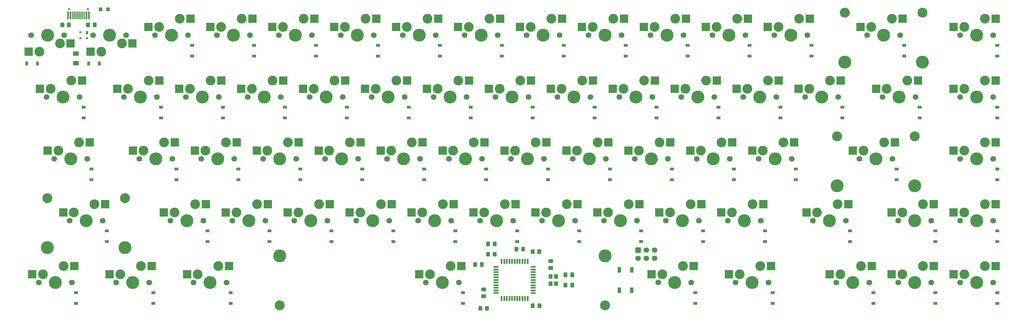
<source format=gbr>
G04 #@! TF.GenerationSoftware,KiCad,Pcbnew,(5.1.12)-1*
G04 #@! TF.CreationDate,2022-01-22T22:18:12+07:00*
G04 #@! TF.ProjectId,PCB,5043422e-6b69-4636-9164-5f7063625858,rev?*
G04 #@! TF.SameCoordinates,Original*
G04 #@! TF.FileFunction,Soldermask,Bot*
G04 #@! TF.FilePolarity,Negative*
%FSLAX46Y46*%
G04 Gerber Fmt 4.6, Leading zero omitted, Abs format (unit mm)*
G04 Created by KiCad (PCBNEW (5.1.12)-1) date 2022-01-22 22:18:12*
%MOMM*%
%LPD*%
G01*
G04 APERTURE LIST*
%ADD10R,2.550000X2.500000*%
%ADD11C,1.750000*%
%ADD12C,3.000000*%
%ADD13C,3.987800*%
%ADD14C,3.048000*%
%ADD15R,1.200000X1.400000*%
%ADD16R,0.600000X2.450000*%
%ADD17R,0.300000X2.450000*%
%ADD18C,0.650000*%
%ADD19R,1.000000X1.700000*%
%ADD20R,1.700000X1.700000*%
%ADD21C,1.700000*%
%ADD22R,0.700000X1.000000*%
%ADD23R,0.700000X0.600000*%
%ADD24R,1.200000X0.900000*%
%ADD25R,0.900000X1.200000*%
%ADD26R,1.500000X0.550000*%
%ADD27R,0.550000X1.500000*%
G04 APERTURE END LIST*
G36*
G01*
X50175000Y-25049999D02*
X50175000Y-25750001D01*
G75*
G02*
X49925001Y-26000000I-249999J0D01*
G01*
X49374999Y-26000000D01*
G75*
G02*
X49125000Y-25750001I0J249999D01*
G01*
X49125000Y-25049999D01*
G75*
G02*
X49374999Y-24800000I249999J0D01*
G01*
X49925001Y-24800000D01*
G75*
G02*
X50175000Y-25049999I0J-249999D01*
G01*
G37*
G36*
G01*
X52475000Y-25049999D02*
X52475000Y-25750001D01*
G75*
G02*
X52225001Y-26000000I-249999J0D01*
G01*
X51674999Y-26000000D01*
G75*
G02*
X51425000Y-25750001I0J249999D01*
G01*
X51425000Y-25049999D01*
G75*
G02*
X51674999Y-24800000I249999J0D01*
G01*
X52225001Y-24800000D01*
G75*
G02*
X52475000Y-25049999I0J-249999D01*
G01*
G37*
D10*
X232060750Y-104457500D03*
X219133750Y-106997500D03*
D11*
X231298750Y-109537500D03*
X221138750Y-109537500D03*
D12*
X222408750Y-106997500D03*
D13*
X226218750Y-109537500D03*
D12*
X228758750Y-104457500D03*
D10*
X41560750Y-104457500D03*
X28633750Y-106997500D03*
D11*
X40798750Y-109537500D03*
X30638750Y-109537500D03*
D12*
X31908750Y-106997500D03*
D13*
X35718750Y-109537500D03*
D12*
X38258750Y-104457500D03*
D13*
X104781350Y-101282500D03*
X204781150Y-101282500D03*
D14*
X104781350Y-116522500D03*
X204781150Y-116522500D03*
D10*
X160623250Y-104457500D03*
X147696250Y-106997500D03*
D11*
X159861250Y-109537500D03*
X149701250Y-109537500D03*
D12*
X150971250Y-106997500D03*
D13*
X154781250Y-109537500D03*
D12*
X157321250Y-104457500D03*
D15*
X189762500Y-109843750D03*
X189762500Y-107643750D03*
X188062500Y-107643750D03*
X188062500Y-109843750D03*
D16*
X46087500Y-27245000D03*
X39637500Y-27245000D03*
X45312500Y-27245000D03*
X40412500Y-27245000D03*
D17*
X41112500Y-27245000D03*
X44612500Y-27245000D03*
X41612500Y-27245000D03*
X44112500Y-27245000D03*
X42112500Y-27245000D03*
X43612500Y-27245000D03*
X43112500Y-27245000D03*
X42612500Y-27245000D03*
D18*
X45752500Y-25300000D03*
X39972500Y-25300000D03*
D19*
X209237500Y-105593750D03*
X209237500Y-111893750D03*
X213037500Y-105593750D03*
X213037500Y-111893750D03*
G36*
G01*
X38493750Y-29712499D02*
X38493750Y-30612501D01*
G75*
G02*
X38243751Y-30862500I-249999J0D01*
G01*
X37543749Y-30862500D01*
G75*
G02*
X37293750Y-30612501I0J249999D01*
G01*
X37293750Y-29712499D01*
G75*
G02*
X37543749Y-29462500I249999J0D01*
G01*
X38243751Y-29462500D01*
G75*
G02*
X38493750Y-29712499I0J-249999D01*
G01*
G37*
G36*
G01*
X40493750Y-29712499D02*
X40493750Y-30612501D01*
G75*
G02*
X40243751Y-30862500I-249999J0D01*
G01*
X39543749Y-30862500D01*
G75*
G02*
X39293750Y-30612501I0J249999D01*
G01*
X39293750Y-29712499D01*
G75*
G02*
X39543749Y-29462500I249999J0D01*
G01*
X40243751Y-29462500D01*
G75*
G02*
X40493750Y-29712499I0J-249999D01*
G01*
G37*
G36*
G01*
X47231250Y-30612501D02*
X47231250Y-29712499D01*
G75*
G02*
X47481249Y-29462500I249999J0D01*
G01*
X48181251Y-29462500D01*
G75*
G02*
X48431250Y-29712499I0J-249999D01*
G01*
X48431250Y-30612501D01*
G75*
G02*
X48181251Y-30862500I-249999J0D01*
G01*
X47481249Y-30862500D01*
G75*
G02*
X47231250Y-30612501I0J249999D01*
G01*
G37*
G36*
G01*
X45231250Y-30612501D02*
X45231250Y-29712499D01*
G75*
G02*
X45481249Y-29462500I249999J0D01*
G01*
X46181251Y-29462500D01*
G75*
G02*
X46431250Y-29712499I0J-249999D01*
G01*
X46431250Y-30612501D01*
G75*
G02*
X46181251Y-30862500I-249999J0D01*
G01*
X45481249Y-30862500D01*
G75*
G02*
X45231250Y-30612501I0J249999D01*
G01*
G37*
G36*
G01*
X183962500Y-100462501D02*
X183962500Y-99562499D01*
G75*
G02*
X184212499Y-99312500I249999J0D01*
G01*
X184912501Y-99312500D01*
G75*
G02*
X185162500Y-99562499I0J-249999D01*
G01*
X185162500Y-100462501D01*
G75*
G02*
X184912501Y-100712500I-249999J0D01*
G01*
X184212499Y-100712500D01*
G75*
G02*
X183962500Y-100462501I0J249999D01*
G01*
G37*
G36*
G01*
X181962500Y-100462501D02*
X181962500Y-99562499D01*
G75*
G02*
X182212499Y-99312500I249999J0D01*
G01*
X182912501Y-99312500D01*
G75*
G02*
X183162500Y-99562499I0J-249999D01*
G01*
X183162500Y-100462501D01*
G75*
G02*
X182912501Y-100712500I-249999J0D01*
G01*
X182212499Y-100712500D01*
G75*
G02*
X181962500Y-100462501I0J249999D01*
G01*
G37*
G36*
G01*
X169462500Y-100356249D02*
X169462500Y-101256251D01*
G75*
G02*
X169212501Y-101506250I-249999J0D01*
G01*
X168512499Y-101506250D01*
G75*
G02*
X168262500Y-101256251I0J249999D01*
G01*
X168262500Y-100356249D01*
G75*
G02*
X168512499Y-100106250I249999J0D01*
G01*
X169212501Y-100106250D01*
G75*
G02*
X169462500Y-100356249I0J-249999D01*
G01*
G37*
G36*
G01*
X171462500Y-100356249D02*
X171462500Y-101256251D01*
G75*
G02*
X171212501Y-101506250I-249999J0D01*
G01*
X170512499Y-101506250D01*
G75*
G02*
X170262500Y-101256251I0J249999D01*
G01*
X170262500Y-100356249D01*
G75*
G02*
X170512499Y-100106250I249999J0D01*
G01*
X171212501Y-100106250D01*
G75*
G02*
X171462500Y-100356249I0J-249999D01*
G01*
G37*
G36*
G01*
X169462500Y-97181249D02*
X169462500Y-98081251D01*
G75*
G02*
X169212501Y-98331250I-249999J0D01*
G01*
X168512499Y-98331250D01*
G75*
G02*
X168262500Y-98081251I0J249999D01*
G01*
X168262500Y-97181249D01*
G75*
G02*
X168512499Y-96931250I249999J0D01*
G01*
X169212501Y-96931250D01*
G75*
G02*
X169462500Y-97181249I0J-249999D01*
G01*
G37*
G36*
G01*
X171462500Y-97181249D02*
X171462500Y-98081251D01*
G75*
G02*
X171212501Y-98331250I-249999J0D01*
G01*
X170512499Y-98331250D01*
G75*
G02*
X170262500Y-98081251I0J249999D01*
G01*
X170262500Y-97181249D01*
G75*
G02*
X170512499Y-96931250I249999J0D01*
G01*
X171212501Y-96931250D01*
G75*
G02*
X171462500Y-97181249I0J-249999D01*
G01*
G37*
G36*
G01*
X167881250Y-117925001D02*
X167881250Y-117024999D01*
G75*
G02*
X168131249Y-116775000I249999J0D01*
G01*
X168831251Y-116775000D01*
G75*
G02*
X169081250Y-117024999I0J-249999D01*
G01*
X169081250Y-117925001D01*
G75*
G02*
X168831251Y-118175000I-249999J0D01*
G01*
X168131249Y-118175000D01*
G75*
G02*
X167881250Y-117925001I0J249999D01*
G01*
G37*
G36*
G01*
X165881250Y-117925001D02*
X165881250Y-117024999D01*
G75*
G02*
X166131249Y-116775000I249999J0D01*
G01*
X166831251Y-116775000D01*
G75*
G02*
X167081250Y-117024999I0J-249999D01*
G01*
X167081250Y-117925001D01*
G75*
G02*
X166831251Y-118175000I-249999J0D01*
G01*
X166131249Y-118175000D01*
G75*
G02*
X165881250Y-117925001I0J249999D01*
G01*
G37*
D10*
X324929500Y-104457500D03*
X312002500Y-106997500D03*
D11*
X324167500Y-109537500D03*
X314007500Y-109537500D03*
D12*
X315277500Y-106997500D03*
D13*
X319087500Y-109537500D03*
D12*
X321627500Y-104457500D03*
D10*
X305879500Y-104457500D03*
X292952500Y-106997500D03*
D11*
X305117500Y-109537500D03*
X294957500Y-109537500D03*
D12*
X296227500Y-106997500D03*
D13*
X300037500Y-109537500D03*
D12*
X302577500Y-104457500D03*
D10*
X286829500Y-104457500D03*
X273902500Y-106997500D03*
D11*
X286067500Y-109537500D03*
X275907500Y-109537500D03*
D12*
X277177500Y-106997500D03*
D13*
X280987500Y-109537500D03*
D12*
X283527500Y-104457500D03*
D10*
X255873250Y-104457500D03*
X242946250Y-106997500D03*
D11*
X255111250Y-109537500D03*
X244951250Y-109537500D03*
D12*
X246221250Y-106997500D03*
D13*
X250031250Y-109537500D03*
D12*
X252571250Y-104457500D03*
D10*
X89185750Y-104457500D03*
X76258750Y-106997500D03*
D11*
X88423750Y-109537500D03*
X78263750Y-109537500D03*
D12*
X79533750Y-106997500D03*
D13*
X83343750Y-109537500D03*
D12*
X85883750Y-104457500D03*
D10*
X65373250Y-104457500D03*
X52446250Y-106997500D03*
D11*
X64611250Y-109537500D03*
X54451250Y-109537500D03*
D12*
X55721250Y-106997500D03*
D13*
X59531250Y-109537500D03*
D12*
X62071250Y-104457500D03*
D10*
X324929500Y-85407500D03*
X312002500Y-87947500D03*
D11*
X324167500Y-90487500D03*
X314007500Y-90487500D03*
D12*
X315277500Y-87947500D03*
D13*
X319087500Y-90487500D03*
D12*
X321627500Y-85407500D03*
D10*
X305879500Y-85407500D03*
X292952500Y-87947500D03*
D11*
X305117500Y-90487500D03*
X294957500Y-90487500D03*
D12*
X296227500Y-87947500D03*
D13*
X300037500Y-90487500D03*
D12*
X302577500Y-85407500D03*
D10*
X279685750Y-85407500D03*
X266758750Y-87947500D03*
D11*
X278923750Y-90487500D03*
X268763750Y-90487500D03*
D12*
X270033750Y-87947500D03*
D13*
X273843750Y-90487500D03*
D12*
X276383750Y-85407500D03*
D10*
X253492000Y-85407500D03*
X240565000Y-87947500D03*
D11*
X252730000Y-90487500D03*
X242570000Y-90487500D03*
D12*
X243840000Y-87947500D03*
D13*
X247650000Y-90487500D03*
D12*
X250190000Y-85407500D03*
D10*
X234442000Y-85407500D03*
X221515000Y-87947500D03*
D11*
X233680000Y-90487500D03*
X223520000Y-90487500D03*
D12*
X224790000Y-87947500D03*
D13*
X228600000Y-90487500D03*
D12*
X231140000Y-85407500D03*
D10*
X215392000Y-85407500D03*
X202465000Y-87947500D03*
D11*
X214630000Y-90487500D03*
X204470000Y-90487500D03*
D12*
X205740000Y-87947500D03*
D13*
X209550000Y-90487500D03*
D12*
X212090000Y-85407500D03*
D10*
X196342000Y-85407500D03*
X183415000Y-87947500D03*
D11*
X195580000Y-90487500D03*
X185420000Y-90487500D03*
D12*
X186690000Y-87947500D03*
D13*
X190500000Y-90487500D03*
D12*
X193040000Y-85407500D03*
D10*
X177292000Y-85407500D03*
X164365000Y-87947500D03*
D11*
X176530000Y-90487500D03*
X166370000Y-90487500D03*
D12*
X167640000Y-87947500D03*
D13*
X171450000Y-90487500D03*
D12*
X173990000Y-85407500D03*
D10*
X158242000Y-85407500D03*
X145315000Y-87947500D03*
D11*
X157480000Y-90487500D03*
X147320000Y-90487500D03*
D12*
X148590000Y-87947500D03*
D13*
X152400000Y-90487500D03*
D12*
X154940000Y-85407500D03*
D10*
X139192000Y-85407500D03*
X126265000Y-87947500D03*
D11*
X138430000Y-90487500D03*
X128270000Y-90487500D03*
D12*
X129540000Y-87947500D03*
D13*
X133350000Y-90487500D03*
D12*
X135890000Y-85407500D03*
D10*
X120142000Y-85407500D03*
X107215000Y-87947500D03*
D11*
X119380000Y-90487500D03*
X109220000Y-90487500D03*
D12*
X110490000Y-87947500D03*
D13*
X114300000Y-90487500D03*
D12*
X116840000Y-85407500D03*
D10*
X101092000Y-85407500D03*
X88165000Y-87947500D03*
D11*
X100330000Y-90487500D03*
X90170000Y-90487500D03*
D12*
X91440000Y-87947500D03*
D13*
X95250000Y-90487500D03*
D12*
X97790000Y-85407500D03*
D10*
X82042000Y-85407500D03*
X69115000Y-87947500D03*
D11*
X81280000Y-90487500D03*
X71120000Y-90487500D03*
D12*
X72390000Y-87947500D03*
D13*
X76200000Y-90487500D03*
D12*
X78740000Y-85407500D03*
D13*
X33305750Y-98742500D03*
X57181750Y-98742500D03*
D14*
X33305750Y-83502500D03*
X57181750Y-83502500D03*
D10*
X51085750Y-85407500D03*
X38158750Y-87947500D03*
D11*
X50323750Y-90487500D03*
X40163750Y-90487500D03*
D12*
X41433750Y-87947500D03*
D13*
X45243750Y-90487500D03*
D12*
X47783750Y-85407500D03*
D10*
X324929500Y-66357500D03*
X312002500Y-68897500D03*
D11*
X324167500Y-71437500D03*
X314007500Y-71437500D03*
D12*
X315277500Y-68897500D03*
D13*
X319087500Y-71437500D03*
D12*
X321627500Y-66357500D03*
D13*
X276193250Y-79692500D03*
X300069250Y-79692500D03*
D14*
X276193250Y-64452500D03*
X300069250Y-64452500D03*
D10*
X293973250Y-66357500D03*
X281046250Y-68897500D03*
D11*
X293211250Y-71437500D03*
X283051250Y-71437500D03*
D12*
X284321250Y-68897500D03*
D13*
X288131250Y-71437500D03*
D12*
X290671250Y-66357500D03*
D10*
X263017000Y-66357500D03*
X250090000Y-68897500D03*
D11*
X262255000Y-71437500D03*
X252095000Y-71437500D03*
D12*
X253365000Y-68897500D03*
D13*
X257175000Y-71437500D03*
D12*
X259715000Y-66357500D03*
D10*
X243967000Y-66357500D03*
X231040000Y-68897500D03*
D11*
X243205000Y-71437500D03*
X233045000Y-71437500D03*
D12*
X234315000Y-68897500D03*
D13*
X238125000Y-71437500D03*
D12*
X240665000Y-66357500D03*
D10*
X224917000Y-66357500D03*
X211990000Y-68897500D03*
D11*
X224155000Y-71437500D03*
X213995000Y-71437500D03*
D12*
X215265000Y-68897500D03*
D13*
X219075000Y-71437500D03*
D12*
X221615000Y-66357500D03*
D10*
X205867000Y-66357500D03*
X192940000Y-68897500D03*
D11*
X205105000Y-71437500D03*
X194945000Y-71437500D03*
D12*
X196215000Y-68897500D03*
D13*
X200025000Y-71437500D03*
D12*
X202565000Y-66357500D03*
D10*
X186817000Y-66357500D03*
X173890000Y-68897500D03*
D11*
X186055000Y-71437500D03*
X175895000Y-71437500D03*
D12*
X177165000Y-68897500D03*
D13*
X180975000Y-71437500D03*
D12*
X183515000Y-66357500D03*
D10*
X167767000Y-66357500D03*
X154840000Y-68897500D03*
D11*
X167005000Y-71437500D03*
X156845000Y-71437500D03*
D12*
X158115000Y-68897500D03*
D13*
X161925000Y-71437500D03*
D12*
X164465000Y-66357500D03*
D10*
X148717000Y-66357500D03*
X135790000Y-68897500D03*
D11*
X147955000Y-71437500D03*
X137795000Y-71437500D03*
D12*
X139065000Y-68897500D03*
D13*
X142875000Y-71437500D03*
D12*
X145415000Y-66357500D03*
D10*
X129667000Y-66357500D03*
X116740000Y-68897500D03*
D11*
X128905000Y-71437500D03*
X118745000Y-71437500D03*
D12*
X120015000Y-68897500D03*
D13*
X123825000Y-71437500D03*
D12*
X126365000Y-66357500D03*
D10*
X110617000Y-66357500D03*
X97690000Y-68897500D03*
D11*
X109855000Y-71437500D03*
X99695000Y-71437500D03*
D12*
X100965000Y-68897500D03*
D13*
X104775000Y-71437500D03*
D12*
X107315000Y-66357500D03*
D10*
X91567000Y-66357500D03*
X78640000Y-68897500D03*
D11*
X90805000Y-71437500D03*
X80645000Y-71437500D03*
D12*
X81915000Y-68897500D03*
D13*
X85725000Y-71437500D03*
D12*
X88265000Y-66357500D03*
D10*
X72517000Y-66357500D03*
X59590000Y-68897500D03*
D11*
X71755000Y-71437500D03*
X61595000Y-71437500D03*
D12*
X62865000Y-68897500D03*
D13*
X66675000Y-71437500D03*
D12*
X69215000Y-66357500D03*
D10*
X46323250Y-66357500D03*
X33396250Y-68897500D03*
D11*
X45561250Y-71437500D03*
X35401250Y-71437500D03*
D12*
X36671250Y-68897500D03*
D13*
X40481250Y-71437500D03*
D12*
X43021250Y-66357500D03*
D10*
X324929500Y-47307500D03*
X312002500Y-49847500D03*
D11*
X324167500Y-52387500D03*
X314007500Y-52387500D03*
D12*
X315277500Y-49847500D03*
D13*
X319087500Y-52387500D03*
D12*
X321627500Y-47307500D03*
X297815000Y-47307500D03*
D13*
X295275000Y-52387500D03*
D12*
X291465000Y-49847500D03*
D11*
X290195000Y-52387500D03*
X300355000Y-52387500D03*
D10*
X288190000Y-49847500D03*
X301117000Y-47307500D03*
X277304500Y-47307500D03*
X264377500Y-49847500D03*
D11*
X276542500Y-52387500D03*
X266382500Y-52387500D03*
D12*
X267652500Y-49847500D03*
D13*
X271462500Y-52387500D03*
D12*
X274002500Y-47307500D03*
D10*
X258254500Y-47307500D03*
X245327500Y-49847500D03*
D11*
X257492500Y-52387500D03*
X247332500Y-52387500D03*
D12*
X248602500Y-49847500D03*
D13*
X252412500Y-52387500D03*
D12*
X254952500Y-47307500D03*
D10*
X239204500Y-47307500D03*
X226277500Y-49847500D03*
D11*
X238442500Y-52387500D03*
X228282500Y-52387500D03*
D12*
X229552500Y-49847500D03*
D13*
X233362500Y-52387500D03*
D12*
X235902500Y-47307500D03*
D10*
X220154500Y-47307500D03*
X207227500Y-49847500D03*
D11*
X219392500Y-52387500D03*
X209232500Y-52387500D03*
D12*
X210502500Y-49847500D03*
D13*
X214312500Y-52387500D03*
D12*
X216852500Y-47307500D03*
D10*
X201104500Y-47307500D03*
X188177500Y-49847500D03*
D11*
X200342500Y-52387500D03*
X190182500Y-52387500D03*
D12*
X191452500Y-49847500D03*
D13*
X195262500Y-52387500D03*
D12*
X197802500Y-47307500D03*
D10*
X182054500Y-47307500D03*
X169127500Y-49847500D03*
D11*
X181292500Y-52387500D03*
X171132500Y-52387500D03*
D12*
X172402500Y-49847500D03*
D13*
X176212500Y-52387500D03*
D12*
X178752500Y-47307500D03*
D10*
X163004500Y-47307500D03*
X150077500Y-49847500D03*
D11*
X162242500Y-52387500D03*
X152082500Y-52387500D03*
D12*
X153352500Y-49847500D03*
D13*
X157162500Y-52387500D03*
D12*
X159702500Y-47307500D03*
D10*
X143954500Y-47307500D03*
X131027500Y-49847500D03*
D11*
X143192500Y-52387500D03*
X133032500Y-52387500D03*
D12*
X134302500Y-49847500D03*
D13*
X138112500Y-52387500D03*
D12*
X140652500Y-47307500D03*
D10*
X124904500Y-47307500D03*
X111977500Y-49847500D03*
D11*
X124142500Y-52387500D03*
X113982500Y-52387500D03*
D12*
X115252500Y-49847500D03*
D13*
X119062500Y-52387500D03*
D12*
X121602500Y-47307500D03*
D10*
X105854500Y-47307500D03*
X92927500Y-49847500D03*
D11*
X105092500Y-52387500D03*
X94932500Y-52387500D03*
D12*
X96202500Y-49847500D03*
D13*
X100012500Y-52387500D03*
D12*
X102552500Y-47307500D03*
D10*
X86804500Y-47307500D03*
X73877500Y-49847500D03*
D11*
X86042500Y-52387500D03*
X75882500Y-52387500D03*
D12*
X77152500Y-49847500D03*
D13*
X80962500Y-52387500D03*
D12*
X83502500Y-47307500D03*
D10*
X67754500Y-47307500D03*
X54827500Y-49847500D03*
D11*
X66992500Y-52387500D03*
X56832500Y-52387500D03*
D12*
X58102500Y-49847500D03*
D13*
X61912500Y-52387500D03*
D12*
X64452500Y-47307500D03*
X40640000Y-47307500D03*
D13*
X38100000Y-52387500D03*
D12*
X34290000Y-49847500D03*
D11*
X33020000Y-52387500D03*
X43180000Y-52387500D03*
D10*
X31015000Y-49847500D03*
X43942000Y-47307500D03*
X324929500Y-28257500D03*
X312002500Y-30797500D03*
D11*
X324167500Y-33337500D03*
X314007500Y-33337500D03*
D12*
X315277500Y-30797500D03*
D13*
X319087500Y-33337500D03*
D12*
X321627500Y-28257500D03*
D13*
X278574500Y-41592500D03*
X302450500Y-41592500D03*
D14*
X278574500Y-26352500D03*
X302450500Y-26352500D03*
D10*
X296354500Y-28257500D03*
X283427500Y-30797500D03*
D11*
X295592500Y-33337500D03*
X285432500Y-33337500D03*
D12*
X286702500Y-30797500D03*
D13*
X290512500Y-33337500D03*
D12*
X293052500Y-28257500D03*
D10*
X267779500Y-28257500D03*
X254852500Y-30797500D03*
D11*
X267017500Y-33337500D03*
X256857500Y-33337500D03*
D12*
X258127500Y-30797500D03*
D13*
X261937500Y-33337500D03*
D12*
X264477500Y-28257500D03*
D10*
X248729500Y-28257500D03*
X235802500Y-30797500D03*
D11*
X247967500Y-33337500D03*
X237807500Y-33337500D03*
D12*
X239077500Y-30797500D03*
D13*
X242887500Y-33337500D03*
D12*
X245427500Y-28257500D03*
D10*
X229679500Y-28257500D03*
X216752500Y-30797500D03*
D11*
X228917500Y-33337500D03*
X218757500Y-33337500D03*
D12*
X220027500Y-30797500D03*
D13*
X223837500Y-33337500D03*
D12*
X226377500Y-28257500D03*
D10*
X210629500Y-28257500D03*
X197702500Y-30797500D03*
D11*
X209867500Y-33337500D03*
X199707500Y-33337500D03*
D12*
X200977500Y-30797500D03*
D13*
X204787500Y-33337500D03*
D12*
X207327500Y-28257500D03*
D10*
X191579500Y-28257500D03*
X178652500Y-30797500D03*
D11*
X190817500Y-33337500D03*
X180657500Y-33337500D03*
D12*
X181927500Y-30797500D03*
D13*
X185737500Y-33337500D03*
D12*
X188277500Y-28257500D03*
D10*
X172529500Y-28257500D03*
X159602500Y-30797500D03*
D11*
X171767500Y-33337500D03*
X161607500Y-33337500D03*
D12*
X162877500Y-30797500D03*
D13*
X166687500Y-33337500D03*
D12*
X169227500Y-28257500D03*
D10*
X153479500Y-28257500D03*
X140552500Y-30797500D03*
D11*
X152717500Y-33337500D03*
X142557500Y-33337500D03*
D12*
X143827500Y-30797500D03*
D13*
X147637500Y-33337500D03*
D12*
X150177500Y-28257500D03*
D10*
X134429500Y-28257500D03*
X121502500Y-30797500D03*
D11*
X133667500Y-33337500D03*
X123507500Y-33337500D03*
D12*
X124777500Y-30797500D03*
D13*
X128587500Y-33337500D03*
D12*
X131127500Y-28257500D03*
D10*
X115379500Y-28257500D03*
X102452500Y-30797500D03*
D11*
X114617500Y-33337500D03*
X104457500Y-33337500D03*
D12*
X105727500Y-30797500D03*
D13*
X109537500Y-33337500D03*
D12*
X112077500Y-28257500D03*
D10*
X96329500Y-28257500D03*
X83402500Y-30797500D03*
D11*
X95567500Y-33337500D03*
X85407500Y-33337500D03*
D12*
X86677500Y-30797500D03*
D13*
X90487500Y-33337500D03*
D12*
X93027500Y-28257500D03*
D10*
X77279500Y-28257500D03*
X64352500Y-30797500D03*
D11*
X76517500Y-33337500D03*
X66357500Y-33337500D03*
D12*
X67627500Y-30797500D03*
D13*
X71437500Y-33337500D03*
D12*
X73977500Y-28257500D03*
D10*
X46545500Y-38417500D03*
X59472500Y-35877500D03*
D11*
X47307500Y-33337500D03*
X57467500Y-33337500D03*
D12*
X56197500Y-35877500D03*
D13*
X52387500Y-33337500D03*
D12*
X49847500Y-38417500D03*
D10*
X27495500Y-38417500D03*
X40422500Y-35877500D03*
D11*
X28257500Y-33337500D03*
X38417500Y-33337500D03*
D12*
X37147500Y-35877500D03*
D13*
X33337500Y-33337500D03*
D12*
X30797500Y-38417500D03*
D20*
X214947500Y-99536250D03*
D21*
X214947500Y-102076250D03*
X217487500Y-99536250D03*
X217487500Y-102076250D03*
X220027500Y-99536250D03*
X220027500Y-102076250D03*
G36*
G01*
X42693750Y-39706250D02*
X41443750Y-39706250D01*
G75*
G02*
X41193750Y-39456250I0J250000D01*
G01*
X41193750Y-38531250D01*
G75*
G02*
X41443750Y-38281250I250000J0D01*
G01*
X42693750Y-38281250D01*
G75*
G02*
X42943750Y-38531250I0J-250000D01*
G01*
X42943750Y-39456250D01*
G75*
G02*
X42693750Y-39706250I-250000J0D01*
G01*
G37*
G36*
G01*
X42693750Y-42681250D02*
X41443750Y-42681250D01*
G75*
G02*
X41193750Y-42431250I0J250000D01*
G01*
X41193750Y-41506250D01*
G75*
G02*
X41443750Y-41256250I250000J0D01*
G01*
X42693750Y-41256250D01*
G75*
G02*
X42943750Y-41506250I0J-250000D01*
G01*
X42943750Y-42431250D01*
G75*
G02*
X42693750Y-42681250I-250000J0D01*
G01*
G37*
D22*
X45450000Y-32587500D03*
D23*
X43450000Y-32387500D03*
X45450000Y-34287500D03*
X43450000Y-34287500D03*
D24*
X325437500Y-115950000D03*
X325437500Y-112650000D03*
X306387500Y-115950000D03*
X306387500Y-112650000D03*
X287337500Y-115950000D03*
X287337500Y-112650000D03*
X256381250Y-115950000D03*
X256381250Y-112650000D03*
X232568750Y-115950000D03*
X232568750Y-112650000D03*
X161131250Y-115950000D03*
X161131250Y-112650000D03*
X89693750Y-115950000D03*
X89693750Y-112650000D03*
X65881250Y-115950000D03*
X65881250Y-112650000D03*
X42068750Y-115950000D03*
X42068750Y-112650000D03*
X325437500Y-96900000D03*
X325437500Y-93600000D03*
X306387500Y-96900000D03*
X306387500Y-93600000D03*
X280193750Y-96900000D03*
X280193750Y-93600000D03*
X254000000Y-96900000D03*
X254000000Y-93600000D03*
X234950000Y-96900000D03*
X234950000Y-93600000D03*
X215900000Y-96900000D03*
X215900000Y-93600000D03*
X196850000Y-96900000D03*
X196850000Y-93600000D03*
X177800000Y-96900000D03*
X177800000Y-93600000D03*
X158750000Y-96900000D03*
X158750000Y-93600000D03*
X139700000Y-96900000D03*
X139700000Y-93600000D03*
X120650000Y-96900000D03*
X120650000Y-93600000D03*
X101600000Y-96900000D03*
X101600000Y-93600000D03*
X82550000Y-96900000D03*
X82550000Y-93600000D03*
X51593750Y-96900000D03*
X51593750Y-93600000D03*
X325437500Y-77850000D03*
X325437500Y-74550000D03*
X294481250Y-77850000D03*
X294481250Y-74550000D03*
X263525000Y-77850000D03*
X263525000Y-74550000D03*
X244475000Y-77850000D03*
X244475000Y-74550000D03*
X225425000Y-77850000D03*
X225425000Y-74550000D03*
X206375000Y-77850000D03*
X206375000Y-74550000D03*
X187325000Y-77850000D03*
X187325000Y-74550000D03*
X168275000Y-77850000D03*
X168275000Y-74550000D03*
X149225000Y-77850000D03*
X149225000Y-74550000D03*
X130175000Y-77850000D03*
X130175000Y-74550000D03*
X111125000Y-77850000D03*
X111125000Y-74550000D03*
X92075000Y-77850000D03*
X92075000Y-74550000D03*
X73025000Y-77850000D03*
X73025000Y-74550000D03*
X46831250Y-77850000D03*
X46831250Y-74550000D03*
X325437500Y-58800000D03*
X325437500Y-55500000D03*
X301625000Y-58800000D03*
X301625000Y-55500000D03*
X277812500Y-58800000D03*
X277812500Y-55500000D03*
X258762500Y-58800000D03*
X258762500Y-55500000D03*
X239712500Y-58800000D03*
X239712500Y-55500000D03*
X220662500Y-58800000D03*
X220662500Y-55500000D03*
X201612500Y-58800000D03*
X201612500Y-55500000D03*
X182562500Y-58800000D03*
X182562500Y-55500000D03*
X163512500Y-58800000D03*
X163512500Y-55500000D03*
X144462500Y-58800000D03*
X144462500Y-55500000D03*
X125412500Y-58800000D03*
X125412500Y-55500000D03*
X106362500Y-58800000D03*
X106362500Y-55500000D03*
X87312500Y-58800000D03*
X87312500Y-55500000D03*
X68262500Y-58800000D03*
X68262500Y-55500000D03*
X44450000Y-58800000D03*
X44450000Y-55500000D03*
X325437500Y-39750000D03*
X325437500Y-36450000D03*
X296862500Y-39750000D03*
X296862500Y-36450000D03*
X268287500Y-39750000D03*
X268287500Y-36450000D03*
X249237500Y-39750000D03*
X249237500Y-36450000D03*
X230187500Y-39750000D03*
X230187500Y-36450000D03*
X211137500Y-39750000D03*
X211137500Y-36450000D03*
X192087500Y-39750000D03*
X192087500Y-36450000D03*
X173037500Y-39750000D03*
X173037500Y-36450000D03*
X153987500Y-39750000D03*
X153987500Y-36450000D03*
X134937500Y-39750000D03*
X134937500Y-36450000D03*
X115887500Y-39750000D03*
X115887500Y-36450000D03*
X96837500Y-39750000D03*
X96837500Y-36450000D03*
X77787500Y-39750000D03*
X77787500Y-36450000D03*
D25*
X49275000Y-42068750D03*
X45975000Y-42068750D03*
X30225000Y-42068750D03*
X26925000Y-42068750D03*
G36*
G01*
X194125000Y-107631250D02*
X194125000Y-106681250D01*
G75*
G02*
X194375000Y-106431250I250000J0D01*
G01*
X195050000Y-106431250D01*
G75*
G02*
X195300000Y-106681250I0J-250000D01*
G01*
X195300000Y-107631250D01*
G75*
G02*
X195050000Y-107881250I-250000J0D01*
G01*
X194375000Y-107881250D01*
G75*
G02*
X194125000Y-107631250I0J250000D01*
G01*
G37*
G36*
G01*
X192050000Y-107631250D02*
X192050000Y-106681250D01*
G75*
G02*
X192300000Y-106431250I250000J0D01*
G01*
X192975000Y-106431250D01*
G75*
G02*
X193225000Y-106681250I0J-250000D01*
G01*
X193225000Y-107631250D01*
G75*
G02*
X192975000Y-107881250I-250000J0D01*
G01*
X192300000Y-107881250D01*
G75*
G02*
X192050000Y-107631250I0J250000D01*
G01*
G37*
G36*
G01*
X194125000Y-110806250D02*
X194125000Y-109856250D01*
G75*
G02*
X194375000Y-109606250I250000J0D01*
G01*
X195050000Y-109606250D01*
G75*
G02*
X195300000Y-109856250I0J-250000D01*
G01*
X195300000Y-110806250D01*
G75*
G02*
X195050000Y-111056250I-250000J0D01*
G01*
X194375000Y-111056250D01*
G75*
G02*
X194125000Y-110806250I0J250000D01*
G01*
G37*
G36*
G01*
X192050000Y-110806250D02*
X192050000Y-109856250D01*
G75*
G02*
X192300000Y-109606250I250000J0D01*
G01*
X192975000Y-109606250D01*
G75*
G02*
X193225000Y-109856250I0J-250000D01*
G01*
X193225000Y-110806250D01*
G75*
G02*
X192975000Y-111056250I-250000J0D01*
G01*
X192300000Y-111056250D01*
G75*
G02*
X192050000Y-110806250I0J250000D01*
G01*
G37*
G36*
G01*
X166343750Y-104456250D02*
X166343750Y-103506250D01*
G75*
G02*
X166593750Y-103256250I250000J0D01*
G01*
X167268750Y-103256250D01*
G75*
G02*
X167518750Y-103506250I0J-250000D01*
G01*
X167518750Y-104456250D01*
G75*
G02*
X167268750Y-104706250I-250000J0D01*
G01*
X166593750Y-104706250D01*
G75*
G02*
X166343750Y-104456250I0J250000D01*
G01*
G37*
G36*
G01*
X164268750Y-104456250D02*
X164268750Y-103506250D01*
G75*
G02*
X164518750Y-103256250I250000J0D01*
G01*
X165193750Y-103256250D01*
G75*
G02*
X165443750Y-103506250I0J-250000D01*
G01*
X165443750Y-104456250D01*
G75*
G02*
X165193750Y-104706250I-250000J0D01*
G01*
X164518750Y-104706250D01*
G75*
G02*
X164268750Y-104456250I0J250000D01*
G01*
G37*
G36*
G01*
X167006250Y-113162500D02*
X167956250Y-113162500D01*
G75*
G02*
X168206250Y-113412500I0J-250000D01*
G01*
X168206250Y-114087500D01*
G75*
G02*
X167956250Y-114337500I-250000J0D01*
G01*
X167006250Y-114337500D01*
G75*
G02*
X166756250Y-114087500I0J250000D01*
G01*
X166756250Y-113412500D01*
G75*
G02*
X167006250Y-113162500I250000J0D01*
G01*
G37*
G36*
G01*
X167006250Y-111087500D02*
X167956250Y-111087500D01*
G75*
G02*
X168206250Y-111337500I0J-250000D01*
G01*
X168206250Y-112012500D01*
G75*
G02*
X167956250Y-112262500I-250000J0D01*
G01*
X167006250Y-112262500D01*
G75*
G02*
X166756250Y-112012500I0J250000D01*
G01*
X166756250Y-111337500D01*
G75*
G02*
X167006250Y-111087500I250000J0D01*
G01*
G37*
G36*
G01*
X183150000Y-116206250D02*
X183150000Y-117156250D01*
G75*
G02*
X182900000Y-117406250I-250000J0D01*
G01*
X182225000Y-117406250D01*
G75*
G02*
X181975000Y-117156250I0J250000D01*
G01*
X181975000Y-116206250D01*
G75*
G02*
X182225000Y-115956250I250000J0D01*
G01*
X182900000Y-115956250D01*
G75*
G02*
X183150000Y-116206250I0J-250000D01*
G01*
G37*
G36*
G01*
X185225000Y-116206250D02*
X185225000Y-117156250D01*
G75*
G02*
X184975000Y-117406250I-250000J0D01*
G01*
X184300000Y-117406250D01*
G75*
G02*
X184050000Y-117156250I0J250000D01*
G01*
X184050000Y-116206250D01*
G75*
G02*
X184300000Y-115956250I250000J0D01*
G01*
X184975000Y-115956250D01*
G75*
G02*
X185225000Y-116206250I0J-250000D01*
G01*
G37*
G36*
G01*
X188593750Y-103531250D02*
X187643750Y-103531250D01*
G75*
G02*
X187393750Y-103281250I0J250000D01*
G01*
X187393750Y-102606250D01*
G75*
G02*
X187643750Y-102356250I250000J0D01*
G01*
X188593750Y-102356250D01*
G75*
G02*
X188843750Y-102606250I0J-250000D01*
G01*
X188843750Y-103281250D01*
G75*
G02*
X188593750Y-103531250I-250000J0D01*
G01*
G37*
G36*
G01*
X188593750Y-105606250D02*
X187643750Y-105606250D01*
G75*
G02*
X187393750Y-105356250I0J250000D01*
G01*
X187393750Y-104681250D01*
G75*
G02*
X187643750Y-104431250I250000J0D01*
G01*
X188593750Y-104431250D01*
G75*
G02*
X188843750Y-104681250I0J-250000D01*
G01*
X188843750Y-105356250D01*
G75*
G02*
X188593750Y-105606250I-250000J0D01*
G01*
G37*
G36*
G01*
X178143750Y-98743750D02*
X178143750Y-99693750D01*
G75*
G02*
X177893750Y-99943750I-250000J0D01*
G01*
X177218750Y-99943750D01*
G75*
G02*
X176968750Y-99693750I0J250000D01*
G01*
X176968750Y-98743750D01*
G75*
G02*
X177218750Y-98493750I250000J0D01*
G01*
X177893750Y-98493750D01*
G75*
G02*
X178143750Y-98743750I0J-250000D01*
G01*
G37*
G36*
G01*
X180218750Y-98743750D02*
X180218750Y-99693750D01*
G75*
G02*
X179968750Y-99943750I-250000J0D01*
G01*
X179293750Y-99943750D01*
G75*
G02*
X179043750Y-99693750I0J250000D01*
G01*
X179043750Y-98743750D01*
G75*
G02*
X179293750Y-98493750I250000J0D01*
G01*
X179968750Y-98493750D01*
G75*
G02*
X180218750Y-98743750I0J-250000D01*
G01*
G37*
D26*
X171306250Y-104743750D03*
X171306250Y-105543750D03*
X171306250Y-106343750D03*
X171306250Y-107143750D03*
X171306250Y-107943750D03*
X171306250Y-108743750D03*
X171306250Y-109543750D03*
X171306250Y-110343750D03*
X171306250Y-111143750D03*
X171306250Y-111943750D03*
X171306250Y-112743750D03*
D27*
X173006250Y-114443750D03*
X173806250Y-114443750D03*
X174606250Y-114443750D03*
X175406250Y-114443750D03*
X176206250Y-114443750D03*
X177006250Y-114443750D03*
X177806250Y-114443750D03*
X178606250Y-114443750D03*
X179406250Y-114443750D03*
X180206250Y-114443750D03*
X181006250Y-114443750D03*
D26*
X182706250Y-112743750D03*
X182706250Y-111943750D03*
X182706250Y-111143750D03*
X182706250Y-110343750D03*
X182706250Y-109543750D03*
X182706250Y-108743750D03*
X182706250Y-107943750D03*
X182706250Y-107143750D03*
X182706250Y-106343750D03*
X182706250Y-105543750D03*
X182706250Y-104743750D03*
D27*
X181006250Y-103043750D03*
X180206250Y-103043750D03*
X179406250Y-103043750D03*
X178606250Y-103043750D03*
X177806250Y-103043750D03*
X177006250Y-103043750D03*
X176206250Y-103043750D03*
X175406250Y-103043750D03*
X174606250Y-103043750D03*
X173806250Y-103043750D03*
X173006250Y-103043750D03*
M02*

</source>
